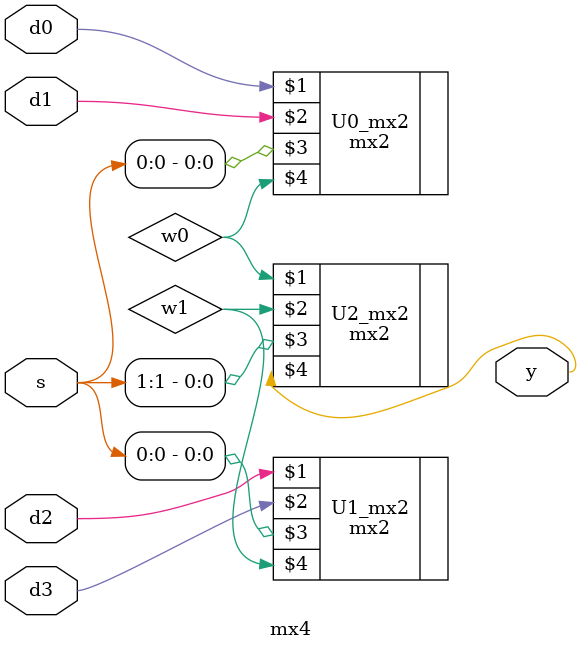
<source format=v>
module mx4(y,d0,d1,d2,d3,s);//4 input mux
	input 		 d0,d1,d2,d3;
	input	[1:0]	 s;
	output 		 y;
	wire 			 w0,w1;
	
	//instance mx2
	mx2 U0_mx2(d0, d1, s[0], w0);
	mx2 U1_mx2(d2, d3, s[0], w1);
	mx2 U2_mx2(w0, w1, s[1], y);
endmodule 
</source>
